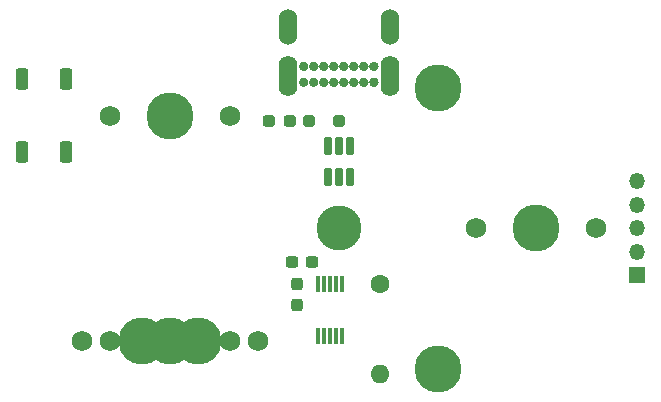
<source format=gts>
G04 #@! TF.GenerationSoftware,KiCad,Pcbnew,7.0.11*
G04 #@! TF.CreationDate,2024-05-21T13:22:13-04:00*
G04 #@! TF.ProjectId,ISOCHet,49534f43-4865-4742-9e6b-696361645f70,rev?*
G04 #@! TF.SameCoordinates,Original*
G04 #@! TF.FileFunction,Soldermask,Top*
G04 #@! TF.FilePolarity,Negative*
%FSLAX46Y46*%
G04 Gerber Fmt 4.6, Leading zero omitted, Abs format (unit mm)*
G04 Created by KiCad (PCBNEW 7.0.11) date 2024-05-21 13:22:13*
%MOMM*%
%LPD*%
G01*
G04 APERTURE LIST*
G04 Aperture macros list*
%AMRoundRect*
0 Rectangle with rounded corners*
0 $1 Rounding radius*
0 $2 $3 $4 $5 $6 $7 $8 $9 X,Y pos of 4 corners*
0 Add a 4 corners polygon primitive as box body*
4,1,4,$2,$3,$4,$5,$6,$7,$8,$9,$2,$3,0*
0 Add four circle primitives for the rounded corners*
1,1,$1+$1,$2,$3*
1,1,$1+$1,$4,$5*
1,1,$1+$1,$6,$7*
1,1,$1+$1,$8,$9*
0 Add four rect primitives between the rounded corners*
20,1,$1+$1,$2,$3,$4,$5,0*
20,1,$1+$1,$4,$5,$6,$7,0*
20,1,$1+$1,$6,$7,$8,$9,0*
20,1,$1+$1,$8,$9,$2,$3,0*%
%AMFreePoly0*
4,1,15,-0.780000,0.162500,-0.617500,0.325000,0.552500,0.325000,0.639560,0.307683,0.713367,0.258367,0.762683,0.184560,0.780000,0.097500,0.780000,-0.097500,0.762683,-0.184560,0.713367,-0.258367,0.639560,-0.307683,0.552500,-0.325000,-0.617500,-0.325000,-0.780000,-0.162500,-0.780000,0.162500,-0.780000,0.162500,$1*%
%AMFreePoly1*
4,1,15,-0.700000,0.075000,-0.694291,0.103701,-0.678033,0.128033,-0.653701,0.144291,-0.625000,0.150000,0.625000,0.150000,0.700000,0.075000,0.700000,-0.075000,0.625000,-0.150000,-0.625000,-0.150000,-0.653701,-0.144291,-0.678033,-0.128033,-0.694291,-0.103701,-0.700000,-0.075000,-0.700000,0.075000,-0.700000,0.075000,$1*%
G04 Aperture macros list end*
%ADD10C,0.400000*%
%ADD11RoundRect,0.237500X-0.237500X0.300000X-0.237500X-0.300000X0.237500X-0.300000X0.237500X0.300000X0*%
%ADD12C,3.800000*%
%ADD13C,1.600000*%
%ADD14O,1.600000X1.600000*%
%ADD15RoundRect,0.162500X0.162500X-0.617500X0.162500X0.617500X-0.162500X0.617500X-0.162500X-0.617500X0*%
%ADD16FreePoly0,90.000000*%
%ADD17R,0.300000X1.400000*%
%ADD18FreePoly1,90.000000*%
%ADD19RoundRect,0.237500X-0.287500X-0.237500X0.287500X-0.237500X0.287500X0.237500X-0.287500X0.237500X0*%
%ADD20C,1.750000*%
%ADD21C,3.987800*%
%ADD22RoundRect,0.250000X0.250000X0.250000X-0.250000X0.250000X-0.250000X-0.250000X0.250000X-0.250000X0*%
%ADD23RoundRect,0.237500X0.300000X0.237500X-0.300000X0.237500X-0.300000X-0.237500X0.300000X-0.237500X0*%
%ADD24O,1.554000X3.454000*%
%ADD25O,1.554000X3.054000*%
%ADD26RoundRect,0.275000X0.275000X-0.625000X0.275000X0.625000X-0.275000X0.625000X-0.275000X-0.625000X0*%
%ADD27R,1.350000X1.350000*%
%ADD28O,1.350000X1.350000*%
G04 APERTURE END LIST*
D10*
X161925000Y-44800000D02*
G75*
G03*
X161525000Y-44800000I-200000J0D01*
G01*
X161525000Y-44800000D02*
G75*
G03*
X161925000Y-44800000I200000J0D01*
G01*
X161925000Y-43450000D02*
G75*
G03*
X161525000Y-43450000I-200000J0D01*
G01*
X161525000Y-43450000D02*
G75*
G03*
X161925000Y-43450000I200000J0D01*
G01*
X161075000Y-44800000D02*
G75*
G03*
X160675000Y-44800000I-200000J0D01*
G01*
X160675000Y-44800000D02*
G75*
G03*
X161075000Y-44800000I200000J0D01*
G01*
X161075000Y-43450000D02*
G75*
G03*
X160675000Y-43450000I-200000J0D01*
G01*
X160675000Y-43450000D02*
G75*
G03*
X161075000Y-43450000I200000J0D01*
G01*
X160225000Y-44800000D02*
G75*
G03*
X159825000Y-44800000I-200000J0D01*
G01*
X159825000Y-44800000D02*
G75*
G03*
X160225000Y-44800000I200000J0D01*
G01*
X160225000Y-43450000D02*
G75*
G03*
X159825000Y-43450000I-200000J0D01*
G01*
X159825000Y-43450000D02*
G75*
G03*
X160225000Y-43450000I200000J0D01*
G01*
X159375000Y-44800000D02*
G75*
G03*
X158975000Y-44800000I-200000J0D01*
G01*
X158975000Y-44800000D02*
G75*
G03*
X159375000Y-44800000I200000J0D01*
G01*
X159375000Y-43450000D02*
G75*
G03*
X158975000Y-43450000I-200000J0D01*
G01*
X158975000Y-43450000D02*
G75*
G03*
X159375000Y-43450000I200000J0D01*
G01*
X158525000Y-44800000D02*
G75*
G03*
X158125000Y-44800000I-200000J0D01*
G01*
X158125000Y-44800000D02*
G75*
G03*
X158525000Y-44800000I200000J0D01*
G01*
X158525000Y-43450000D02*
G75*
G03*
X158125000Y-43450000I-200000J0D01*
G01*
X158125000Y-43450000D02*
G75*
G03*
X158525000Y-43450000I200000J0D01*
G01*
X157675000Y-44800000D02*
G75*
G03*
X157275000Y-44800000I-200000J0D01*
G01*
X157275000Y-44800000D02*
G75*
G03*
X157675000Y-44800000I200000J0D01*
G01*
X157675000Y-43450000D02*
G75*
G03*
X157275000Y-43450000I-200000J0D01*
G01*
X157275000Y-43450000D02*
G75*
G03*
X157675000Y-43450000I200000J0D01*
G01*
X156825000Y-44800000D02*
G75*
G03*
X156425000Y-44800000I-200000J0D01*
G01*
X156425000Y-44800000D02*
G75*
G03*
X156825000Y-44800000I200000J0D01*
G01*
X156825000Y-43450000D02*
G75*
G03*
X156425000Y-43450000I-200000J0D01*
G01*
X156425000Y-43450000D02*
G75*
G03*
X156825000Y-43450000I200000J0D01*
G01*
X155975000Y-44800000D02*
G75*
G03*
X155575000Y-44800000I-200000J0D01*
G01*
X155575000Y-44800000D02*
G75*
G03*
X155975000Y-44800000I200000J0D01*
G01*
X155975000Y-43450000D02*
G75*
G03*
X155575000Y-43450000I-200000J0D01*
G01*
X155575000Y-43450000D02*
G75*
G03*
X155975000Y-43450000I200000J0D01*
G01*
D11*
X155250000Y-61895000D03*
X155250000Y-63620000D03*
D12*
X158750000Y-57150000D03*
D13*
X162250000Y-61895000D03*
D14*
X162250000Y-69515000D03*
D15*
X157800000Y-52850000D03*
D16*
X158750000Y-52850000D03*
D15*
X159700000Y-52850000D03*
X159700000Y-50150000D03*
X158750000Y-50150000D03*
X157800000Y-50150000D03*
D17*
X157000000Y-66295000D03*
X157500000Y-66295000D03*
X158000000Y-66295000D03*
X158500000Y-66295000D03*
X159000000Y-66295000D03*
X159000000Y-61895000D03*
X158500000Y-61895000D03*
D18*
X158000000Y-61895000D03*
D17*
X157500000Y-61895000D03*
X157000000Y-61895000D03*
D19*
X152875000Y-48107500D03*
X154625000Y-48107500D03*
D20*
X170338750Y-57150000D03*
D21*
X175418750Y-57150000D03*
D20*
X180498750Y-57150000D03*
D22*
X158750000Y-48107500D03*
X156250000Y-48107500D03*
D20*
X139382500Y-47625000D03*
D21*
X144462500Y-47625000D03*
D20*
X149542500Y-47625000D03*
X139382500Y-66675000D03*
D21*
X144462500Y-66675000D03*
D20*
X149542500Y-66675000D03*
D23*
X156475000Y-60000000D03*
X154750000Y-60000000D03*
D24*
X163070000Y-44300000D03*
D25*
X163070000Y-40150000D03*
D24*
X154430000Y-44300000D03*
D25*
X154430000Y-40150000D03*
D20*
X137001250Y-66675000D03*
D21*
X142081250Y-66675000D03*
X167163750Y-45243750D03*
X167163750Y-69056250D03*
D26*
X131950000Y-50725000D03*
X131950000Y-44525000D03*
X135650000Y-50725000D03*
X135650000Y-44525000D03*
D21*
X146843750Y-66675000D03*
D20*
X151923750Y-66675000D03*
D27*
X184000000Y-61150000D03*
D28*
X184000000Y-59150000D03*
X184000000Y-57150000D03*
X184000000Y-55150000D03*
X184000000Y-53150000D03*
M02*

</source>
